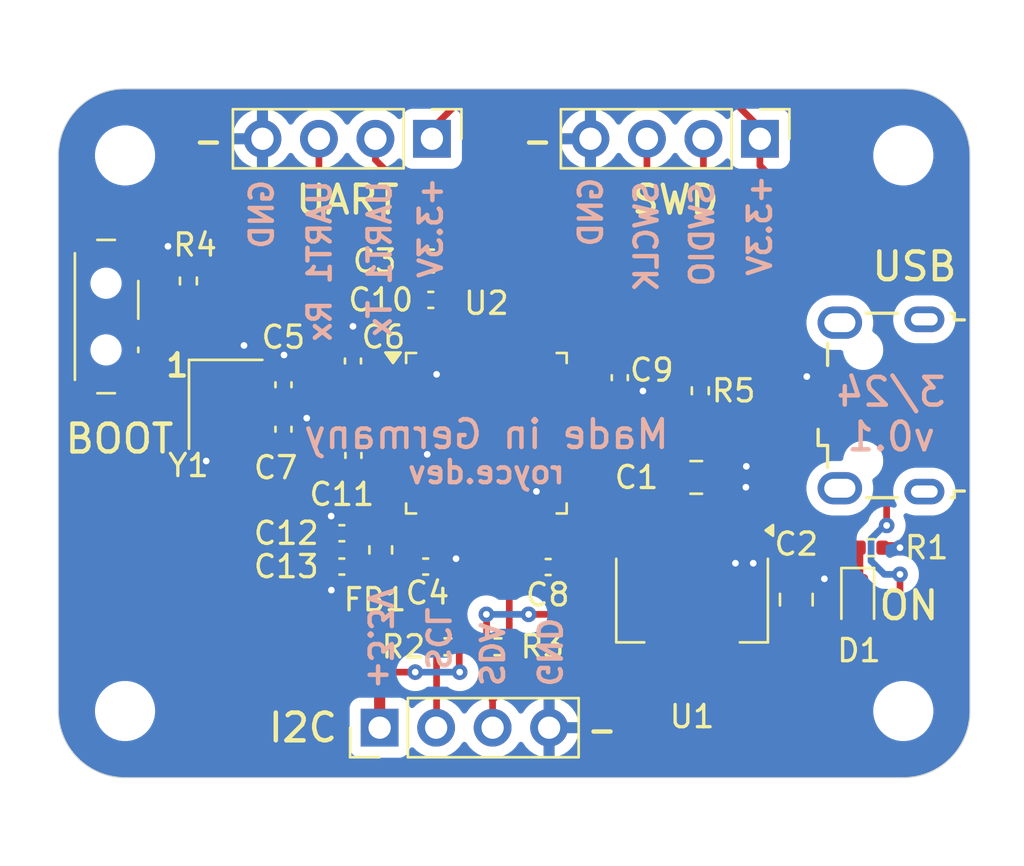
<source format=kicad_pcb>
(kicad_pcb (version 20240108) (generator "pcbnew") (generator_version "8.0")
  (layers (0 "F.Cu" signal) (31 "B.Cu" power) (34 "B.Paste" user) (35 "F.Paste" user) (36 "B.SilkS" user "B.Silkscreen") (37 "F.SilkS" user "F.Silkscreen") (38 "B.Mask" user) (39 "F.Mask" user) (44 "Edge.Cuts" user))
  (net 0 "")
  (net 1 "GND")
  (net 2 "VBUS")
  (net 3 "+3.3V")
  (net 4 "/NRST")
  (net 5 "/HSE_IN")
  (net 6 "/HSE_OUT")
  (net 7 "+3.3VA")
  (net 8 "/PWR_LED_K")
  (net 9 "/UART1_TX")
  (net 10 "/UART1_RX")
  (net 11 "/I2C2_SCL")
  (net 12 "/I2C2_SDA")
  (net 15 "/USB_D+")
  (net 18 "/USB_D-")
  (net 20 "/SWDIO")
  (net 21 "/SWCLK")
  (net 22 "/BOOT0")
  (net 23 "/SW_BOOT0")
  (footprint "MountingHole:MountingHole_2.2mm_M2" (layer "F.Cu") (at 133.75 87.75)
    (property "Reference" "H4")
    (property "Value" "MountingHole")
    (pad "" np_thru_hole circle (at 0 0) (size 2.2 2.2) (drill 2.2) (layers "*.Cu" "*.Mask"))
  )
  (footprint "Capacitor_SMD:C_0603_1608Metric" (layer "F.Cu") (at 147.5 92.5)
    (property "Reference" "C3" (at -2.525 0 0) (layer "F.SilkS"))
    (property "Value" "10u")
    (pad "1" smd roundrect (at -0.775 0) (size 0.9 0.95) (layers "F.Cu" "F.Paste" "F.Mask") (net 3 "+3.3V"))
    (pad "2" smd roundrect (at 0.775 0) (size 0.9 0.95) (layers "F.Cu" "F.Paste" "F.Mask") (net 1 "GND"))
  )
  (footprint "Connector_USB:USB_Micro-B_Wuerth_629105150521" (layer "F.Cu") (at 167.745 99 90)
    (property "Reference" "J3")
    (property "Value" "USB_B_Micro")
    (pad "" np_thru_hole oval (at -2.5 -0.8 90) (size 0.8 0.8) (drill 0.8) (layers "*.Cu" "*.Mask"))
    (pad "" np_thru_hole oval (at 2.5 -0.8 90) (size 0.8 0.8) (drill 0.8) (layers "*.Cu" "*.Mask"))
    (pad "1" smd rect (at -1.3 -1.9 90) (size 0.45 1.3) (layers "F.Cu" "F.Paste" "F.Mask") (net 2 "VBUS"))
    (pad "2" smd rect (at -0.65 -1.9 90) (size 0.45 1.3) (layers "F.Cu" "F.Paste" "F.Mask") (net 18 "/USB_D-"))
    (pad "3" smd rect (at 0 -1.9 90) (size 0.45 1.3) (layers "F.Cu" "F.Paste" "F.Mask") (net 15 "/USB_D+"))
    (pad "4" smd rect (at 0.65 -1.9 90) (size 0.45 1.3) (layers "F.Cu" "F.Paste" "F.Mask"))
    (pad "5" smd rect (at 1.3 -1.9 90) (size 0.45 1.3) (layers "F.Cu" "F.Paste" "F.Mask") (net 1 "GND"))
    (pad "6" thru_hole oval (at -3.875 1.95 90) (size 1.15 1.8) (drill oval 0.55 1.2) (layers "*.Cu" "*.Mask"))
    (pad "6" thru_hole oval (at -3.725 -1.85 90) (size 1.45 2) (drill oval 0.85 1.4) (layers "*.Cu" "*.Mask"))
    (pad "6" thru_hole oval (at 3.725 -1.85 90) (size 1.45 2) (drill oval 0.85 1.4) (layers "*.Cu" "*.Mask"))
    (pad "6" thru_hole oval (at 3.875 1.95 90) (size 1.15 1.8) (drill oval 0.55 1.2) (layers "*.Cu" "*.Mask"))
  )
  (footprint "Capacitor_SMD:C_0402_1005Metric" (layer "F.Cu") (at 147.27 106.25)
    (property "Reference" "C4" (at 0.08 1.19 0) (layer "F.SilkS"))
    (property "Value" "100n")
    (pad "1" smd roundrect (at -0.48 0) (size 0.56 0.62) (layers "F.Cu" "F.Paste" "F.Mask") (net 4 "/NRST"))
    (pad "2" smd roundrect (at 0.48 0) (size 0.56 0.62) (layers "F.Cu" "F.Paste" "F.Mask") (net 1 "GND"))
  )
  (footprint "Capacitor_SMD:C_0402_1005Metric" (layer "F.Cu") (at 156 97.75 -90)
    (property "Reference" "C9" (at -0.34 -1.44 180) (layer "F.SilkS"))
    (property "Value" "100n")
    (pad "1" smd roundrect (at -0.48 0 270) (size 0.56 0.62) (layers "F.Cu" "F.Paste" "F.Mask") (net 3 "+3.3V"))
    (pad "2" smd roundrect (at 0.48 0 270) (size 0.56 0.62) (layers "F.Cu" "F.Paste" "F.Mask") (net 1 "GND"))
  )
  (footprint "Resistor_SMD:R_0402_1005Metric" (layer "F.Cu") (at 136.6 93.4 90)
    (property "Reference" "R4" (at 1.62 0.3 0) (layer "F.SilkS"))
    (property "Value" "10k")
    (pad "1" smd roundrect (at -0.51 0 90) (size 0.54 0.64) (layers "F.Cu" "F.Paste" "F.Mask") (net 23 "/SW_BOOT0"))
    (pad "2" smd roundrect (at 0.51 0 90) (size 0.54 0.64) (layers "F.Cu" "F.Paste" "F.Mask") (net 22 "/BOOT0"))
  )
  (footprint "Capacitor_SMD:C_0402_1005Metric" (layer "F.Cu") (at 140.875 98.07 90)
    (property "Reference" "C5" (at 2.14 -0.005 0) (layer "F.SilkS"))
    (property "Value" "10p")
    (pad "1" smd roundrect (at -0.48 0 90) (size 0.56 0.62) (layers "F.Cu" "F.Paste" "F.Mask") (net 5 "/HSE_IN"))
    (pad "2" smd roundrect (at 0.48 0 90) (size 0.56 0.62) (layers "F.Cu" "F.Paste" "F.Mask") (net 1 "GND"))
  )
  (footprint "Capacitor_SMD:C_0402_1005Metric" (layer "F.Cu") (at 144.02 101.25 90)
    (property "Reference" "C11" (at -1.75 -0.52 0) (layer "F.SilkS"))
    (property "Value" "10n")
    (pad "1" smd roundrect (at -0.48 0 90) (size 0.56 0.62) (layers "F.Cu" "F.Paste" "F.Mask") (net 7 "+3.3VA"))
    (pad "2" smd roundrect (at 0.48 0 90) (size 0.56 0.62) (layers "F.Cu" "F.Paste" "F.Mask") (net 1 "GND"))
  )
  (footprint "Capacitor_SMD:C_0805_2012Metric" (layer "F.Cu") (at 159.4375 102.2375)
    (property "Reference" "C1" (at -2.6875 0 0) (layer "F.SilkS"))
    (property "Value" "22u")
    (pad "1" smd roundrect (at -0.95 0) (size 1 1.45) (layers "F.Cu" "F.Paste" "F.Mask") (net 2 "VBUS"))
    (pad "2" smd roundrect (at 0.95 0) (size 1 1.45) (layers "F.Cu" "F.Paste" "F.Mask") (net 1 "GND"))
  )
  (footprint "Capacitor_SMD:C_0402_1005Metric" (layer "F.Cu") (at 143.5 104.75 180)
    (property "Reference" "C12" (at 2.5 0 180) (layer "F.SilkS"))
    (property "Value" "1u")
    (pad "1" smd roundrect (at -0.48 0 180) (size 0.56 0.62) (layers "F.Cu" "F.Paste" "F.Mask") (net 7 "+3.3VA"))
    (pad "2" smd roundrect (at 0.48 0 180) (size 0.56 0.62) (layers "F.Cu" "F.Paste" "F.Mask") (net 1 "GND"))
  )
  (footprint "Connector_PinHeader_2.54mm:PinHeader_1x04_P2.54mm_Vertical" (layer "F.Cu") (at 162.3 87 -90)
    (property "Reference" "J4")
    (property "Value" "Conn_01x04_Pin")
    (pad "1" thru_hole rect (at 0 0 270) (size 1.7 1.7) (drill 1) (layers "*.Cu" "*.Mask") (net 3 "+3.3V"))
    (pad "2" thru_hole oval (at 0 2.54 270) (size 1.7 1.7) (drill 1) (layers "*.Cu" "*.Mask") (net 20 "/SWDIO"))
    (pad "3" thru_hole oval (at 0 5.08 270) (size 1.7 1.7) (drill 1) (layers "*.Cu" "*.Mask") (net 21 "/SWCLK"))
    (pad "4" thru_hole oval (at 0 7.62 270) (size 1.7 1.7) (drill 1) (layers "*.Cu" "*.Mask") (net 1 "GND"))
  )
  (footprint "MountingHole:MountingHole_2.2mm_M2" (layer "F.Cu") (at 168.75 112.75)
    (property "Reference" "H2")
    (property "Value" "MountingHole")
    (pad "" np_thru_hole circle (at 0 0) (size 2.2 2.2) (drill 2.2) (layers "*.Cu" "*.Mask"))
  )
  (footprint "MountingHole:MountingHole_2.2mm_M2" (layer "F.Cu") (at 133.75 112.75)
    (property "Reference" "H1")
    (property "Value" "MountingHole")
    (pad "" np_thru_hole circle (at 0 0) (size 2.2 2.2) (drill 2.2) (layers "*.Cu" "*.Mask"))
  )
  (footprint "Capacitor_SMD:C_0402_1005Metric" (layer "F.Cu") (at 144 97 90)
    (property "Reference" "C6" (at 1.08 1.37 0) (layer "F.SilkS"))
    (property "Value" "100n")
    (pad "1" smd roundrect (at -0.48 0 90) (size 0.56 0.62) (layers "F.Cu" "F.Paste" "F.Mask") (net 3 "+3.3V"))
    (pad "2" smd roundrect (at 0.48 0 90) (size 0.56 0.62) (layers "F.Cu" "F.Paste" "F.Mask") (net 1 "GND"))
  )
  (footprint "Package_QFP:LQFP-48_7x7mm_P0.5mm" (layer "F.Cu") (at 150 100.25)
    (property "Reference" "U2" (at 0 -5.85 0) (layer "F.SilkS"))
    (property "Value" "STM32F103C8T6")
    (pad "1" smd roundrect (at -4.1625 -2.75) (size 1.475 0.3) (layers "F.Cu" "F.Paste" "F.Mask") (net 3 "+3.3V"))
    (pad "2" smd roundrect (at -4.1625 -2.25) (size 1.475 0.3) (layers "F.Cu" "F.Paste" "F.Mask"))
    (pad "3" smd roundrect (at -4.1625 -1.75) (size 1.475 0.3) (layers "F.Cu" "F.Paste" "F.Mask"))
    (pad "4" smd roundrect (at -4.1625 -1.25) (size 1.475 0.3) (layers "F.Cu" "F.Paste" "F.Mask"))
    (pad "5" smd roundrect (at -4.1625 -0.75) (size 1.475 0.3) (layers "F.Cu" "F.Paste" "F.Mask") (net 5 "/HSE_IN"))
    (pad "6" smd roundrect (at -4.1625 -0.25) (size 1.475 0.3) (layers "F.Cu" "F.Paste" "F.Mask") (net 6 "/HSE_OUT"))
    (pad "7" smd roundrect (at -4.1625 0.25) (size 1.475 0.3) (layers "F.Cu" "F.Paste" "F.Mask") (net 4 "/NRST"))
    (pad "8" smd roundrect (at -4.1625 0.75) (size 1.475 0.3) (layers "F.Cu" "F.Paste" "F.Mask") (net 1 "GND"))
    (pad "9" smd roundrect (at -4.1625 1.25) (size 1.475 0.3) (layers "F.Cu" "F.Paste" "F.Mask") (net 7 "+3.3VA"))
    (pad "10" smd roundrect (at -4.1625 1.75) (size 1.475 0.3) (layers "F.Cu" "F.Paste" "F.Mask"))
    (pad "11" smd roundrect (at -4.1625 2.25) (size 1.475 0.3) (layers "F.Cu" "F.Paste" "F.Mask"))
    (pad "12" smd roundrect (at -4.1625 2.75) (size 1.475 0.3) (layers "F.Cu" "F.Paste" "F.Mask"))
    (pad "13" smd roundrect (at -2.75 4.1625) (size 0.3 1.475) (layers "F.Cu" "F.Paste" "F.Mask"))
    (pad "14" smd roundrect (at -2.25 4.1625) (size 0.3 1.475) (layers "F.Cu" "F.Paste" "F.Mask"))
    (pad "15" smd roundrect (at -1.75 4.1625) (size 0.3 1.475) (layers "F.Cu" "F.Paste" "F.Mask"))
    (pad "16" smd roundrect (at -1.25 4.1625) (size 0.3 1.475) (layers "F.Cu" "F.Paste" "F.Mask"))
    (pad "17" smd roundrect (at -0.75 4.1625) (size 0.3 1.475) (layers "F.Cu" "F.Paste" "F.Mask"))
    (pad "18" smd roundrect (at -0.25 4.1625) (size 0.3 1.475) (layers "F.Cu" "F.Paste" "F.Mask"))
    (pad "19" smd roundrect (at 0.25 4.1625) (size 0.3 1.475) (layers "F.Cu" "F.Paste" "F.Mask"))
    (pad "20" smd roundrect (at 0.75 4.1625) (size 0.3 1.475) (layers "F.Cu" "F.Paste" "F.Mask"))
    (pad "21" smd roundrect (at 1.25 4.1625) (size 0.3 1.475) (layers "F.Cu" "F.Paste" "F.Mask") (net 11 "/I2C2_SCL"))
    (pad "22" smd roundrect (at 1.75 4.1625) (size 0.3 1.475) (layers "F.Cu" "F.Paste" "F.Mask") (net 12 "/I2C2_SDA"))
    (pad "23" smd roundrect (at 2.25 4.1625) (size 0.3 1.475) (layers "F.Cu" "F.Paste" "F.Mask") (net 1 "GND"))
    (pad "24" smd roundrect (at 2.75 4.1625) (size 0.3 1.475) (layers "F.Cu" "F.Paste" "F.Mask") (net 3 "+3.3V"))
    (pad "25" smd roundrect (at 4.1625 2.75) (size 1.475 0.3) (layers "F.Cu" "F.Paste" "F.Mask"))
    (pad "26" smd roundrect (at 4.1625 2.25) (size 1.475 0.3) (layers "F.Cu" "F.Paste" "F.Mask"))
    (pad "27" smd roundrect (at 4.1625 1.75) (size 1.475 0.3) (layers "F.Cu" "F.Paste" "F.Mask"))
    (pad "28" smd roundrect (at 4.1625 1.25) (size 1.475 0.3) (layers "F.Cu" "F.Paste" "F.Mask"))
    (pad "29" smd roundrect (at 4.1625 0.75) (size 1.475 0.3) (layers "F.Cu" "F.Paste" "F.Mask"))
    (pad "30" smd roundrect (at 4.1625 0.25) (size 1.475 0.3) (layers "F.Cu" "F.Paste" "F.Mask"))
    (pad "31" smd roundrect (at 4.1625 -0.25) (size 1.475 0.3) (layers "F.Cu" "F.Paste" "F.Mask"))
    (pad "32" smd roundrect (at 4.1625 -0.75) (size 1.475 0.3) (layers "F.Cu" "F.Paste" "F.Mask") (net 18 "/USB_D-"))
    (pad "33" smd roundrect (at 4.1625 -1.25) (size 1.475 0.3) (layers "F.Cu" "F.Paste" "F.Mask") (net 15 "/USB_D+"))
    (pad "34" smd roundrect (at 4.1625 -1.75) (size 1.475 0.3) (layers "F.Cu" "F.Paste" "F.Mask") (net 20 "/SWDIO"))
    (pad "35" smd roundrect (at 4.1625 -2.25) (size 1.475 0.3) (layers "F.Cu" "F.Paste" "F.Mask") (net 1 "GND"))
    (pad "36" smd roundrect (at 4.1625 -2.75) (size 1.475 0.3) (layers "F.Cu" "F.Paste" "F.Mask") (net 3 "+3.3V"))
    (pad "37" smd roundrect (at 2.75 -4.1625) (size 0.3 1.475) (layers "F.Cu" "F.Paste" "F.Mask") (net 21 "/SWCLK"))
    (pad "38" smd roundrect (at 2.25 -4.1625) (size 0.3 1.475) (layers "F.Cu" "F.Paste" "F.Mask"))
    (pad "39" smd roundrect (at 1.75 -4.1625) (size 0.3 1.475) (layers "F.Cu" "F.Paste" "F.Mask"))
    (pad "40" smd roundrect (at 1.25 -4.1625) (size 0.3 1.475) (layers "F.Cu" "F.Paste" "F.Mask"))
    (pad "41" smd roundrect (at 0.75 -4.1625) (size 0.3 1.475) (layers "F.Cu" "F.Paste" "F.Mask"))
    (pad "42" smd roundrect (at 0.25 -4.1625) (size 0.3 1.475) (layers "F.Cu" "F.Paste" "F.Mask") (net 9 "/UART1_TX"))
    (pad "43" smd roundrect (at -0.25 -4.1625) (size 0.3 1.475) (layers "F.Cu" "F.Paste" "F.Mask") (net 10 "/UART1_RX"))
    (pad "44" smd roundrect (at -0.75 -4.1625) (size 0.3 1.475) (layers "F.Cu" "F.Paste" "F.Mask") (net 22 "/BOOT0"))
    (pad "45" smd roundrect (at -1.25 -4.1625) (size 0.3 1.475) (layers "F.Cu" "F.Paste" "F.Mask"))
    (pad "46" smd roundrect (at -1.75 -4.1625) (size 0.3 1.475) (layers "F.Cu" "F.Paste" "F.Mask"))
    (pad "47" smd roundrect (at -2.25 -4.1625) (size 0.3 1.475) (layers "F.Cu" "F.Paste" "F.Mask") (net 1 "GND"))
    (pad "48" smd roundrect (at -2.75 -4.1625) (size 0.3 1.475) (layers "F.Cu" "F.Paste" "F.Mask") (net 3 "+3.3V"))
  )
  (footprint "Capacitor_SMD:C_0402_1005Metric" (layer "F.Cu") (at 143.5 106.25 180)
    (property "Reference" "C13" (at 2.5 0 180) (layer "F.SilkS"))
    (property "Value" "1u")
    (pad "1" smd roundrect (at -0.48 0 180) (size 0.56 0.62) (layers "F.Cu" "F.Paste" "F.Mask") (net 3 "+3.3V"))
    (pad "2" smd roundrect (at 0.48 0 180) (size 0.56 0.62) (layers "F.Cu" "F.Paste" "F.Mask") (net 1 "GND"))
  )
  (footprint "Capacitor_SMD:C_0805_2012Metric" (layer "F.Cu") (at 163.9375 107.7375 90)
    (property "Reference" "C2" (at 2.5 0 0) (layer "F.SilkS"))
    (property "Value" "22u")
    (pad "1" smd roundrect (at -0.95 0 90) (size 1 1.45) (layers "F.Cu" "F.Paste" "F.Mask") (net 3 "+3.3V"))
    (pad "2" smd roundrect (at 0.95 0 90) (size 1 1.45) (layers "F.Cu" "F.Paste" "F.Mask") (net 1 "GND"))
  )
  (footprint "Crystal:Crystal_SMD_3225-4Pin_3.2x2.5mm" (layer "F.Cu") (at 138.275 98.95 -90)
    (property "Reference" "Y1" (at 2.75 1.675 180) (layer "F.SilkS"))
    (property "Value" "16MHz")
    (pad "1" smd rect (at -1.1 0.85 270) (size 1.4 1.2) (layers "F.Cu" "F.Paste" "F.Mask") (net 5 "/HSE_IN"))
    (pad "2" smd rect (at 1.1 0.85 270) (size 1.4 1.2) (layers "F.Cu" "F.Paste" "F.Mask") (net 1 "GND"))
    (pad "3" smd rect (at 1.1 -0.85 270) (size 1.4 1.2) (layers "F.Cu" "F.Paste" "F.Mask") (net 6 "/HSE_OUT"))
    (pad "4" smd rect (at -1.1 -0.85 270) (size 1.4 1.2) (layers "F.Cu" "F.Paste" "F.Mask") (net 1 "GND"))
  )
  (footprint "Inductor_SMD:L_0603_1608Metric" (layer "F.Cu") (at 145.25 105.5 -90)
    (property "Reference" "FB1" (at 2.24 0.26 180) (layer "F.SilkS"))
    (property "Value" "120R")
    (pad "1" smd roundrect (at -0.7875 0 270) (size 0.875 0.95) (layers "F.Cu" "F.Paste" "F.Mask") (net 7 "+3.3VA"))
    (pad "2" smd roundrect (at 0.7875 0 270) (size 0.875 0.95) (layers "F.Cu" "F.Paste" "F.Mask") (net 3 "+3.3V"))
  )
  (footprint "Package_TO_SOT_SMD:SOT-223-3_TabPin2" (layer "F.Cu") (at 159.25 107.75 -90)
    (property "Reference" "U1" (at 5.25 0 180) (layer "F.SilkS"))
    (property "Value" "AMS1117-3.3")
    (pad "1" smd roundrect (at -3.15 -2.3 270) (size 2 1.5) (layers "F.Cu" "F.Paste" "F.Mask") (net 1 "GND"))
    (pad "2" smd roundrect (at -3.15 0 270) (size 2 1.5) (layers "F.Cu" "F.Paste" "F.Mask") (net 3 "+3.3V"))
    (pad "2" smd roundrect (at 3.15 0 270) (size 2 3.8) (layers "F.Cu" "F.Paste" "F.Mask") (net 3 "+3.3V"))
    (pad "3" smd roundrect (at -3.15 2.3 270) (size 2 1.5) (layers "F.Cu" "F.Paste" "F.Mask") (net 2 "VBUS"))
  )
  (footprint "Button_Switch_SMD:SW_SPDT_PCM12" (layer "F.Cu") (at 133.225 95 -90)
    (property "Reference" "SW1")
    (property "Value" "SW_SPDT")
    (pad "" smd rect (at -3.65 -0.78 270) (size 1 0.8) (layers "F.Cu" "F.Paste" "F.Mask"))
    (pad "" smd rect (at -3.65 1.43 270) (size 1 0.8) (layers "F.Cu" "F.Paste" "F.Mask"))
    (pad "" np_thru_hole circle (at -1.5 0.33 270) (size 0.9 0.9) (drill 0.9) (layers "*.Cu" "*.Mask"))
    (pad "" np_thru_hole circle (at 1.5 0.33 270) (size 0.9 0.9) (drill 0.9) (layers "*.Cu" "*.Mask"))
    (pad "" smd rect (at 3.65 -0.78 270) (size 1 0.8) (layers "F.Cu" "F.Paste" "F.Mask"))
    (pad "" smd rect (at 3.65 1.43 270) (size 1 0.8) (layers "F.Cu" "F.Paste" "F.Mask"))
    (pad "1" smd rect (at -2.25 -1.43 270) (size 0.7 1.5) (layers "F.Cu" "F.Paste" "F.Mask") (net 1 "GND"))
    (pad "2" smd rect (at 0.75 -1.43 270) (size 0.7 1.5) (layers "F.Cu" "F.Paste" "F.Mask") (net 23 "/SW_BOOT0"))
    (pad "3" smd rect (at 2.25 -1.43 270) (size 0.7 1.5) (layers "F.Cu" "F.Paste" "F.Mask") (net 3 "+3.3V"))
  )
  (footprint "Resistor_SMD:R_0402_1005Metric" (layer "F.Cu") (at 148.27 109.86 180)
    (property "Reference" "R2" (at 2 0 180) (layer "F.SilkS"))
    (property "Value" "1k5")
    (pad "1" smd roundrect (at -0.51 0 180) (size 0.54 0.64) (layers "F.Cu" "F.Paste" "F.Mask") (net 3 "+3.3V"))
    (pad "2" smd roundrect (at 0.51 0 180) (size 0.54 0.64) (layers "F.Cu" "F.Paste" "F.Mask") (net 11 "/I2C2_SCL"))
  )
  (footprint "MountingHole:MountingHole_2.2mm_M2" (layer "F.Cu") (at 168.75 87.75)
    (property "Reference" "H3")
    (property "Value" "MountingHole")
    (pad "" np_thru_hole circle (at 0 0) (size 2.2 2.2) (drill 2.2) (layers "*.Cu" "*.Mask"))
  )
  (footprint "Capacitor_SMD:C_0402_1005Metric" (layer "F.Cu") (at 140.875 100.07 90)
    (property "Reference" "C7" (at -1.73 -0.35 0) (layer "F.SilkS"))
    (property "Value" "10p")
    (pad "1" smd roundrect (at -0.48 0 90) (size 0.56 0.62) (layers "F.Cu" "F.Paste" "F.Mask") (net 6 "/HSE_OUT"))
    (pad "2" smd roundrect (at 0.48 0 90) (size 0.56 0.62) (layers "F.Cu" "F.Paste" "F.Mask") (net 1 "GND"))
  )
  (footprint "Resistor_SMD:R_0402_1005Metric" (layer "F.Cu") (at 150.52 109.86)
    (property "Reference" "R3" (at 2 0 0) (layer "F.SilkS"))
    (property "Value" "1k5")
    (pad "1" smd roundrect (at -0.51 0) (size 0.54 0.64) (layers "F.Cu" "F.Paste" "F.Mask") (net 3 "+3.3V"))
    (pad "2" smd roundrect (at 0.51 0) (size 0.54 0.64) (layers "F.Cu" "F.Paste" "F.Mask") (net 12 "/I2C2_SDA"))
  )
  (footprint "Connector_PinHeader_2.54mm:PinHeader_1x04_P2.54mm_Vertical" (layer "F.Cu") (at 145.2 113.5 90)
    (property "Reference" "J2")
    (property "Value" "Conn_01x04_Pin")
    (pad "1" thru_hole rect (at 0 0 90) (size 1.7 1.7) (drill 1) (layers "*.Cu" "*.Mask") (net 3 "+3.3V"))
    (pad "2" thru_hole oval (at 0 2.54 90) (size 1.7 1.7) (drill 1) (layers "*.Cu" "*.Mask") (net 11 "/I2C2_SCL"))
    (pad "3" thru_hole oval (at 0 5.08 90) (size 1.7 1.7) (drill 1) (layers "*.Cu" "*.Mask") (net 12 "/I2C2_SDA"))
    (pad "4" thru_hole oval (at 0 7.62 90) (size 1.7 1.7) (drill 1) (layers "*.Cu" "*.Mask") (net 1 "GND"))
  )
  (footprint "Capacitor_SMD:C_0402_1005Metric" (layer "F.Cu") (at 147.5 94.25)
    (property "Reference" "C10" (at -2.25 0 0) (layer "F.SilkS"))
    (property "Value" "100n")
    (pad "1" smd roundrect (at -0.48 0) (size 0.56 0.62) (layers "F.Cu" "F.Paste" "F.Mask") (net 3 "+3.3V"))
    (pad "2" smd roundrect (at 0.48 0) (size 0.56 0.62) (layers "F.Cu" "F.Paste" "F.Mask") (net 1 "GND"))
  )
  (footprint "Capacitor_SMD:C_0402_1005Metric" (layer "F.Cu") (at 152.78 106.27 180)
    (property "Reference" "C8" (at 0.02 -1.25 180) (layer "F.SilkS"))
    (property "Value" "100n")
    (pad "1" smd roundrect (at -0.48 0 180) (size 0.56 0.62) (layers "F.Cu" "F.Paste" "F.Mask") (net 3 "+3.3V"))
    (pad "2" smd roundrect (at 0.48 0 180) (size 0.56 0.62) (layers "F.Cu" "F.Paste" "F.Mask") (net 1 "GND"))
  )
  (footprint "Connector_PinHeader_2.54mm:PinHeader_1x04_P2.54mm_Vertical" (layer "F.Cu") (at 147.55 87 -90)
    (property "Reference" "J1")
    (property "Value" "Conn_01x04_Pin")
    (pad "1" thru_hole rect (at 0 0 270) (size 1.7 1.7) (drill 1) (layers "*.Cu" "*.Mask") (net 3 "+3.3V"))
    (pad "2" thru_hole oval (at 0 2.54 270) (size 1.7 1.7) (drill 1) (layers "*.Cu" "*.Mask") (net 9 "/UART1_TX"))
    (pad "3" thru_hole oval (at 0 5.08 270) (size 1.7 1.7) (drill 1) (layers "*.Cu" "*.Mask") (net 10 "/UART1_RX"))
    (pad "4" thru_hole oval (at 0 7.62 270) (size 1.7 1.7) (drill 1) (layers "*.Cu" "*.Mask") (net 1 "GND"))
  )
  (footprint "LED_SMD:LED_0603_1608Metric" (layer "F.Cu") (at 166.7 107.8 -90)
    (property "Reference" "D1" (at 2.229999 -0.057501 180) (layer "F.SilkS"))
    (property "Value" "RED")
    (pad "1" smd roundrect (at -0.7875 0 270) (size 0.875 0.95) (layers "F.Cu" "F.Paste" "F.Mask") (net 8 "/PWR_LED_K"))
    (pad "2" smd roundrect (at 0.7875 0 270) (size 0.875 0.95) (layers "F.Cu" "F.Paste" "F.Mask") (net 3 "+3.3V"))
  )
  (footprint "Resistor_SMD:R_0402_1005Metric" (layer "F.Cu") (at 167.3 105.4)
    (property "Reference" "R1" (at 2.500001 -0.000001 180) (layer "F.SilkS"))
    (property "Value" "1k5")
    (pad "1" smd roundrect (at -0.51 0) (size 0.54 0.64) (layers "F.Cu" "F.Paste" "F.Mask") (net 8 "/PWR_LED_K"))
    (pad "2" smd roundrect (at 0.51 0) (size 0.54 0.64) (layers "F.Cu" "F.Paste" "F.Mask") (net 1 "GND"))
  )
  (footprint "Resistor_SMD:R_0402_1005Metric" (layer "F.Cu") (at 159.62 98.34 -90)
    (property "Reference" "R5" (at -0.000001 -1.5 180) (layer "F.SilkS"))
    (property "Value" "1k5")
    (pad "1" smd roundrect (at -0.51 0 270) (size 0.54 0.64) (layers "F.Cu" "F.Paste" "F.Mask") (net 3 "+3.3V"))
    (pad "2" smd roundrect (at 0.51 0 270) (size 0.54 0.64) (layers "F.Cu" "F.Paste" "F.Mask") (net 15 "/USB_D+"))
  )
  (gr_arc (start 130.75 87.75) (mid 131.62868 85.62868) (end 133.75 84.75) (stroke (width 0.05)) (layer "Edge.Cuts"))
  (gr_arc (start 168.75 84.75) (mid 170.87132 85.62868) (end 171.75 87.75) (stroke (width 0.05)) (layer "Edge.Cuts"))
  (gr_arc (start 171.75 112.75) (mid 170.87132 114.87132) (end 168.75 115.75) (stroke (width 0.05)) (layer "Edge.Cuts"))
  (gr_line (start 171.75 112.75) (end 171.75 87.75) (stroke (width 0.05)) (layer "Edge.Cuts"))
  (gr_arc (start 133.75 115.75) (mid 131.62868 114.87132) (end 130.75 112.75) (stroke (width 0.05)) (layer "Edge.Cuts"))
  (gr_line (start 133.75 84.75) (end 168.75 84.75) (stroke (width 0.05)) (layer "Edge.Cuts"))
  (gr_line (start 133.75 115.75) (end 168.75 115.75) (stroke (width 0.05)) (layer "Edge.Cuts"))
  (gr_line (start 130.75 87.75) (end 130.75 112.75) (stroke (width 0.05)) (layer "Edge.Cuts"))
  (gr_text "UART1 Rx" (at 142.5 92.5 90) (layer "B.SilkS") (effects (font (size 1 1) (thickness 0.2) (bold yes)) (justify mirror)))
  (gr_text "SDA" (at 150.2 110.2 270) (layer "B.SilkS") (effects (font (size 1 1) (thickness 0.2) (bold yes)) (justify mirror)))
  (gr_text "GND" (at 154.7 90.3 90) (layer "B.SilkS") (effects (font (size 1 1) (thickness 0.2) (bold yes)) (justify mirror)))
  (gr_text "SCL" (at 147.8 109.5 270) (layer "B.SilkS") (effects (font (size 1 1) (thickness 0.2) (bold yes)) (justify mirror)))
  (gr_text "GND" (at 152.8 110.1 270) (layer "B.SilkS") (effects (font (size 1 1) (thickness 0.2) (bold yes)) (justify mirror)))
  (gr_text "+3.3V" (at 147.5 91 90) (layer "B.SilkS") (effects (font (size 1 1) (thickness 0.2) (bold yes)) (justify mirror)))
  (gr_text "royce.dev" (at 150 102 0) (layer "B.SilkS") (effects (font (size 1 1) (thickness 0.2) (bold yes)) (justify mirror)))
  (gr_text "SWCLK" (at 157.2 91.4 90) (layer "B.SilkS") (effects (font (size 1 1) (thickness 0.2) (bold yes)) (justify mirror)))
  (gr_text "+3.3V" (at 162.3 90.9 90) (layer "B.SilkS") (effects (font (size 1 1) (thickness 0.2) (bold yes)) (justify mirror)))
  (gr_text "Made in Germany" (at 150 100.3 0) (layer "B.SilkS") (effects (font (size 1.25 1.25) (thickness 0.2)) (justify mirror)))
  (gr_text "+3.3V" (at 145.2 109.5 270) (layer "B.SilkS") (effects (font (size 1 1) (thickness 0.2) (bold yes)) (justify mirror)))
  (gr_text "UART1 Tx" (at 145.2 92.4 90) (layer "B.SilkS") (effects (font (size 1 1) (thickness 0.2) (bold yes)) (justify mirror)))
  (gr_text "GND" (at 139.9 90.4 90) (layer "B.SilkS") (effects (font (size 1 1) (thickness 0.2) (bold yes)) (justify mirror)))
  (gr_text "3/24\nv0.1" (at 168.2 99.4 0) (layer "B.SilkS") (effects (font (size 1.25 1.25) (thickness 0.2)) (justify mirror)))
  (gr_text "SWDIO" (at 159.7 91.3 90) (layer "B.SilkS") (effects (font (size 1 1) (thickness 0.2) (bold yes)) (justify mirror)))
  (gr_text "USB" (at 169.25 92.75 0) (layer "F.SilkS") (effects (font (size 1.25 1.25) (thickness 0.2))))
  (gr_text "-" (at 155.2 113.6 0) (layer "F.SilkS") (effects (font (size 1 1) (thickness 0.2) (bold yes))))
  (gr_text "1" (at 136.1 97.2 0) (layer "F.SilkS") (effects (font (size 1 1) (thickness 0.2) (bold yes))))
  (gr_text "-" (at 137.5 87.1 0) (layer "F.SilkS") (effects (font (size 1 1) (thickness 0.2) (bold yes))))
  (gr_text "ON" (at 169 108 0) (layer "F.SilkS") (effects (font (size 1.25 1.25) (thickness 0.2))))
  (gr_text "BOOT" (at 133.5 100.5 0) (layer "F.SilkS") (effects (font (size 1.25 1.25) (thickness 0.2))))
  (gr_text "-" (at 152.3 87.1 0) (layer "F.SilkS") (effects (font (size 1 1) (thickness 0.2) (bold yes))))
  (gr_text "UART" (at 143.75 89.75 0) (layer "F.SilkS") (effects (font (size 1.25 1.25) (thickness 0.2))))
  (gr_text "SWD" (at 158.5 89.75 0) (layer "F.SilkS") (effects (font (size 1.25 1.25) (thickness 0.2))))
  (gr_text "I2C" (at 141.75 113.5 0) (layer "F.SilkS") (effects (font (size 1.25 1.25) (thickness 0.2))))
  (segment (start 147.98 93.77) (end 148.275 93.475) (width 0.3) (layer "F.Cu") (net 1))
  (segment (start 139.125 97.85) (end 139.125 96.325) (width 0.5) (layer "F.Cu") (net 1))
  (segment (start 147.75 96.0875) (end 147.75 95.24688) (width 0.3) (layer "F.Cu") (net 1))
  (segment (start 165.845 97.7) (end 164.41 97.7) (width 0.3) (layer "F.Cu") (net 1))
  (segment (start 147.75 106.25) (end 148.28005 106.25) (width 0.5) (layer "F.Cu") (net 1))
  (segment (start 143.02 107.3) (end 143.03 107.31) (width 0.5) (layer "F.Cu") (net 1))
  (segment (start 147.98 94.98) (end 147.98 94.25) (width 0.3) (layer "F.Cu") (net 1))
  (segment (start 152.25 104.4125) (end 152.25 106.22) (width 0.3) (layer "F.Cu") (net 1))
  (segment (start 155.00312 98) (end 155.25 98.24688) (width 0.3) (layer "F.Cu") (net 1))
  (segment (start 141.9 99.59) (end 141.92 99.57) (width 0.5) (layer "F.Cu") (net 1))
  (segment (start 140.875 96.755) (end 140.9 96.73) (width 0.5) (layer "F.Cu") (net 1))
  (segment (start 147.75 96.0875) (end 147.75 97.59) (width 0.3) (layer "F.Cu") (net 1))
  (segment (start 147.75 97.59) (end 147.76 97.6) (width 0.3) (layer "F.Cu") (net 1))
  (segment (start 147.75 95.24688) (end 147.99688 95) (width 0.3) (layer "F.Cu") (net 1))
  (segment (start 156.92 98.23) (end 157.04 98.35) (width 0.3) (layer "F.Cu") (net 1))
  (segment (start 135.75 91.91) (end 135.68 91.84) (width 0.5) (layer "F.Cu") (net 1))
  (segment (start 140.875 99.59) (end 141.9 99.59) (width 0.5) (layer "F.Cu") (net 1))
  (segment (start 144.48 100.77) (end 144.02 100.77) (width 0.3) (layer "F.Cu") (net 1))
  (segment (start 167.81 105.4) (end 168.6 105.4) (width 0.5) (layer "F.Cu") (net 1))
  (segment (start 156 98.23) (end 156.92 98.23) (width 0.3) (layer "F.Cu") (net 1))
  (segment (start 148.275 93.475) (end 148.275 92.5) (width 0.3) (layer "F.Cu") (net 1))
  (segment (start 147.98 94.25) (end 147.98 93.77) (width 0.3) (layer "F.Cu") (net 1))
  (segment (start 140.875 97.59) (end 140.875 96.755) (width 0.5) (layer "F.Cu") (net 1))
  (segment (start 145.8375 101) (end 147.14 101) (width 0.3) (layer "F.Cu") (net 1))
  (segment (start 139.125 96.325) (end 139.1 96.3) (width 0.5) (layer "F.Cu") (net 1))
  (segment (start 143.02 104.75) (end 143.02 103.98) (width 0.5) (layer "F.Cu") (net 1))
  (segment (start 155.25 98.24688) (end 155.25 98.25) (width 0.3) (layer "F.Cu") (net 1))
  (segment (start 145.8375 101) (end 144.75 101) (width 0.3) (layer "F.Cu") (net 1))
  (segment (start 154.1625 98) (end 155.00312 98) (width 0.3) (layer "F.Cu") (net 1))
  (segment (start 155.27 98.23) (end 156 98.23) (width 0.3) (layer "F.Cu") (net 1))
  (segment (start 144 96.52) (end 144 95.44) (width 0.5) (layer "F.Cu") (net 1))
  (segment (start 152.25 106.22) (end 152.3 106.27) (width 0.3) (layer "F.Cu") (net 1))
  (segment (start 147.99688 95) (end 148 95) (width 0.3) (layer "F.Cu") (net 1))
  (segment (start 148.28005 106.25) (end 148.635025 105.895025) (width 0.5) (layer "F.Cu") (net 1))
  (segment (start 155.25 98.25) (end 155.27 98.23) (width 0.3) (layer "F.Cu") (net 1))
  (segment (start 144.75 101) (end 144.5 100.75) (width 0.3) (layer "F.Cu") (net 1))
  (segment (start 137.425 100.05) (end 137.425 101.475) (width 0.5) (layer "F.Cu") (net 1))
  (segment (start 148 95) (end 147.98 94.98) (width 0.3) (layer "F.Cu") (net 1))
  (segment (start 143.02 106.25) (end 143.02 107.3) (width 0.5) (layer "F.Cu") (net 1))
  (segment (start 134.655 92.75) (end 135.75 92.75) (width 0.5) (layer "F.Cu") (net 1))
  (segment (start 147.14 101) (end 147.34 101.2) (width 0.3) (layer "F.Cu") (net 1))
  (segment (start 137.425 101.475) (end 137.4 101.5) (width 0.5) (layer "F.Cu") (net 1))
  (segment (start 135.75 92.75) (end 135.75 91.91) (width 0.5) (layer "F.Cu") (net 1))
  (segment (start 144.5 100.75) (end 144.48 100.77) (width 0.3) (layer "F.Cu") (net 1))
  (segment (start 152.25 104.4125) (end 152.25 102.87) (width 0.3) (layer "F.Cu") (net 1))
  (via (at 144 95.44) (size 0.7) (drill 0.3) (layers "F.Cu" "B.Cu") (net 1))
  (via (at 140.9 96.73) (size 0.7) (drill 0.3) (layers "F.Cu" "B.Cu") (net 1))
  (via (at 135.68 91.84) (size 0.7) (drill 0.3) (layers "F.Cu" "B.Cu") (net 1))
  (via (at 161.67 102.68) (size 0.7) (drill 0.3) (layers "F.Cu" "B.Cu") (net 1))
  (via (at 143.02 103.98) (size 0.7) (drill 0.3) (layers "F.Cu" "B.Cu") (net 1))
  (via (at 168.6 105.4) (size 0.7) (drill 0.3) (layers "F.Cu" "B.Cu") (net 1))
  (via (at 139.1 96.3) (size 0.7) (drill 0.3) (layers "F.Cu" "B.Cu") (net 1))
  (via (at 152.25 102.87) (size 0.7) (drill 0.3) (layers "F.Cu" "B.Cu") (net 1))
  (via (at 148.635025 105.895025) (size 0.7) (drill 0.3) (layers "F.Cu" "B.Cu") (net 1))
  (via (at 161.69 101.74) (size 0.7) (drill 0.3) (layers "F.Cu" "B.Cu") (net 1))
  (via (at 147.76 97.6) (size 0.7) (drill 0.3) (layers "F.Cu" "B.Cu") (net 1))
  (via (at 143.03 107.31) (size 0.7) (drill 0.3) (layers "F.Cu" "B.Cu") (net 1))
  (via (at 147.34 101.2) (size 0.7) (drill 0.3) (layers "F.Cu" "B.Cu") (net 1))
  (via (at 137.4 101.5) (size 0.7) (drill 0.3) (layers "F.Cu" "B.Cu") (net 1))
  (via (at 164.41 97.7) (size 0.7) (drill 0.3) (layers "F.Cu" "B.Cu") (net 1))
  (via (at 162 106.1) (size 0.7) (drill 0.3) (layers "F.Cu" "B.Cu") (net 1))
  (via (at 157.04 98.35) (size 0.7) (drill 0.3) (layers "F.Cu" "B.Cu") (net 1))
  (via (at 161.2 106.1) (size 0.7) (drill 0.3) (layers "F.Cu" "B.Cu") (net 1))
  (via (at 165.2 106.8) (size 0.7) (drill 0.3) (layers "F.Cu" "B.Cu") (net 1))
  (via (at 141.92 99.57) (size 0.7) (drill 0.3) (layers "F.Cu" "B.Cu") (net 1))
  (segment (start 150.01 108.41) (end 150 108.4) (width 0.3) (layer "F.Cu") (net 3))
  (segment (start 150.01 109.86) (end 150.01 108.41) (width 0.3) (layer "F.Cu") (net 3))
  (segment (start 147 95) (end 147.02 94.98) (width 0.3) (layer "F.Cu") (net 3))
  (segment (start 154.8 107.8) (end 154.8 108.4) (width 0.3) (layer "F.Cu") (net 3))
  (segment (start 145.2 111) (end 138 111) (width 0.3) (layer "F.Cu") (net 3))
  (segment (start 154.8 112.3) (end 156.7 114.2) (width 0.3) (layer "F.Cu") (net 3))
  (segment (start 153.26 105.73) (end 153.26 106.27) (width 0.3) (layer "F.Cu") (net 3))
  (segment (start 145.8375 97.5) (end 145.8375 95.1375) (width 0.3) (layer "F.Cu") (net 3))
  (segment (start 155.52 97.27) (end 156 97.27) (width 0.3) (layer "F.Cu") (net 3))
  (segment (start 147.02 94.25) (end 147.02 93.77) (width 0.3) (layer "F.Cu") (net 3))
  (segment (start 166.05 91.95) (end 162.3 88.2) (width 0.3) (layer "F.Cu") (net 3))
  (segment (start 147.02 94.98) (end 147.02 94.25) (width 0.3) (layer "F.Cu") (net 3))
  (segment (start 150.01 109.86) (end 148.78 109.86) (width 0.3) (layer "F.Cu") (net 3))
  (segment (start 144.02 97.5) (end 144 97.48) (width 0.3) (layer "F.Cu") (net 3))
  (segment (start 150 108.5) (end 150.01 108.51) (width 0.3) (layer "F.Cu") (net 3))
  (segment (start 168 104.4) (end 168 93.9) (width 0.3) (layer "F.Cu") (net 3))
  (segment (start 156 97.27) (end 157.97 97.27) (width 0.3) (layer "F.Cu") (net 3))
  (segment (start 145.25 110.95) (end 145.25 106.2875) (width 0.3) (layer "F.Cu") (net 3))
  (segment (start 165.4 110.2) (end 165.4 108.7875) (width 0.3) (layer "F.Cu") (net 3))
  (segment (start 157.97 97.27) (end 158.53 97.83) (width 0.3) (layer "F.Cu") (net 3))
  (segment (start 166.6 108.6875) (end 166.7 108.5875) (width 0.5) (layer "F.Cu") (net 3))
  (segment (start 165.5 108.6875) (end 166.6 108.6875) (width 0.5) (layer "F.Cu") (net 3))
  (segment (start 160.17 97.83) (end 166.05 91.95) (width 0.3) (layer "F.Cu") (net 3))
  (segment (start 163.9375 108.6875) (end 165.5 108.6875) (width 0.5) (layer "F.Cu") (net 3))
  (segment (start 162.3 87) (end 162.3 86.5) (width 0.3) (layer "F.Cu") (net 3))
  (segment (start 154.8 108.4) (end 154.8 112.3) (width 0.3) (layer "F.Cu") (net 3))
  (segment (start 147.25 96.0875) (end 147.25 95.25) (width 0.3) (layer "F.Cu") (net 3))
  (segment (start 145.2 111) (end 146.8 111) (width 0.3) (layer "F.Cu") (net 3))
  (segment (start 145.8375 97.5) (end 144.02 97.5) (width 0.3) (layer "F.Cu") (net 3))
  (segment (start 155.25 97.5) (end 155.5 97.25) (width 0.3) (layer "F.Cu") (net 3))
  (segment (start 167.1 110.2) (end 167.4 110.2) (width 0.3) (layer "F.Cu") (net 3))
  (segment (start 168.6 109) (end 168.6 106.6) (width 0.3) (layer "F.Cu") (net 3))
  (segment (start 168.2 109.4) (end 168.6 109) (width 0.3) (layer "F.Cu") (net 3))
  (segment (start 168 93.9) (end 166.05 91.95) (width 0.3) (layer "F.Cu") (net 3))
  (segment (start 145.2 111) (end 145.25 110.95) (width 0.3) (layer "F.Cu") (net 3))
  (segment (start 158.53 97.83) (end 159.62 97.83) (width 0.3) (layer "F.Cu") (net 3))
  (segment (start 147.25 95.25) (end 147 95) (width 0.3) (layer "F.Cu") (net 3))
  (segment (start 146.725 93.475) (end 146.725 92.5) (width 0.3) (layer "F.Cu") (net 3))
  (segment (start 165.4 108.7875) (end 165.5 108.6875) (width 0.3) (layer "F.Cu") (net 3))
  (segment (start 161.2 85.4) (end 148.7 85.4) (width 0.3) (layer "F.Cu") (net 3))
  (segment (start 148.78 109.86) (end 148.78 110.98) (width 0.3) (layer "F.Cu") (net 3))
  (segment (start 147.55 86.55) (end 147.55 87) (width 0.3) (layer "F.Cu") (net 3))
  (segment (start 145.2125 106.25) (end 145.25 106.2875) (width 0.5) (layer "F.Cu") (net 3))
  (segment (start 138 111) (end 136.1 109.1) (width 0.3) (layer "F.Cu") (net 3))
  (segment (start 145.2 113.5) (end 145.2 111) (width 0.5) (layer "F.Cu") (net 3))
  (segment (start 148.78 110.98) (end 148.8 111) (width 0.3) (layer "F.Cu") (net 3))
  (segment (start 165.4 110.2) (end 167.1 110.2) (width 0.3) (layer "F.Cu") (net 3))
  (segment (start 163.6 114.2) (end 165.4 112.4) (width 0.3) (layer "F.Cu") (net 3))
  (segment (start 156.7 114.2) (end 163.6 114.2) (width 0.3) (layer "F.Cu") (net 3))
  (segment (start 145.8375 95.1375) (end 145 94.3) (width 0.3) (layer "F.Cu") (net 3))
  (segment (start 148.7 85.4) (end 147.55 86.55) (width 0.3) (layer "F.Cu") (net 3))
  (segment (start 165.4 112.4) (end 165.4 110.2) (width 0.3) (layer "F.Cu") (net 3))
  (segment (start 152.75 105.22) (end 153.26 105.73) (width 0.3) (layer "F.Cu") (net 3))
  (segment (start 136.1 109.1) (end 136.1 96.4) (width 0.3) (layer "F.Cu") (net 3))
  (segment (start 153.27 106.27) (end 154.8 107.8) (width 0.3) (layer "F.Cu") (net 3))
  (segment (start 155.5 97.25) (end 155.52 97.27) (width 0.3) (layer "F.Cu") (net 3))
  (segment (start 154.1625 97.5) (end 155.25 97.5) (width 0.3) (layer "F.Cu") (net 3))
  (segment (start 136.1 96.4) (end 140 92.5) (width 0.3) (layer "F.Cu") (net 3))
  (segment (start 140 92.5) (end 145 92.5) (width 0.3) (layer "F.Cu") (net 3))
  (segment (start 145 92.5) (end 146.725 92.5) (width 0.3) (layer "F.Cu") (net 3))
  (segment (start 153.26 106.27) (end 153.27 106.27) (width 0.3) (layer "F.Cu") (net 3))
  (segment (start 143.98 106.25) (end 145.2125 106.25) (width 0.5) (layer "F.Cu") (net 3))
  (segment (start 145 94.3) (end 145 92.5) (width 0.3) (layer "F.Cu") (net 3))
  (segment (start 159.62 97.83) (end 160.17 97.83) (width 0.3) (layer "F.Cu") (net 3))
  (segment (start 167.4 110.2) (end 168.2 109.4) (width 0.3) (layer "F.Cu") (net 3))
  (segment (start 147.02 93.77) (end 146.725 93.475) (width 0.3) (layer "F.Cu") (net 3))
  (segment (start 134.655 97.25) (end 136.05 97.25) (width 0.5) (layer "F.Cu") (net 3))
  (segment (start 162.3 86.5) (end 161.2 85.4) (width 0.3) (layer "F.Cu") (net 3))
  (segment (start 150.1 108.4) (end 150 108.5) (width 0.3) (layer "F.Cu") (net 3))
  (segment (start 162.3 88.2) (end 162.3 87) (width 0.3) (layer "F.Cu") (net 3))
  (segment (start 151.9 108.4) (end 154.8 108.4) (width 0.3) (layer "F.Cu") (net 3))
  (segment (start 152.75 104.4125) (end 152.75 105.22) (width 0.3) (layer "F.Cu") (net 3))
  (via (at 146.8 111) (size 0.7) (drill 0.3) (layers "F.Cu" "B.Cu") (net 3))
  (via (at 151.9 108.4) (size 0.7) (drill 0.3) (layers "F.Cu" "B.Cu") (net 3))
  (via (at 168 104.4) (size 0.7) (drill 0.3) (layers "F.Cu" "B.Cu") (net 3))
  (via (at 168.6 106.6) (size 0.7) (drill 0.3) (layers "F.Cu" "B.Cu") (net 3))
  (via (at 148.8 111) (size 0.7) (drill 0.3) (layers "F.Cu" "B.Cu") (net 3))
  (via (at 150 108.4) (size 0.7) (drill 0.3) (layers "F.Cu" "B.Cu") (net 3))
  (segment (start 146.8 111) (end 148.8 111) (width 0.3) (layer "B.Cu") (net 3))
  (segment (start 167.3 106) (end 167.3 105) (width 0.3) (layer "B.Cu") (net 3))
  (segment (start 150 108.4) (end 151.9 108.4) (width 0.3) (layer "B.Cu") (net 3))
  (segment (start 167.95 104.45) (end 168 104.4) (width 0.3) (layer "B.Cu") (net 3))
  (segment (start 167.9 106.6) (end 167.3 106) (width 0.3) (layer "B.Cu") (net 3))
  (segment (start 167.3 105) (end 167.9 104.4) (width 0.3) (layer "B.Cu") (net 3))
  (segment (start 167.9 104.4) (end 168 104.4) (width 0.3) (layer "B.Cu") (net 3))
  (segment (start 168.6 106.6) (end 167.9 106.6) (width 0.3) (layer "B.Cu") (net 3))
  (segment (start 148.08 102.09812) (end 146.37 103.80812) (width 0.3) (layer "F.Cu") (net 4))
  (segment (start 145.8375 100.5) (end 147.62995 100.5) (width 0.3) (layer "F.Cu") (net 4))
  (segment (start 146.37 103.80812) (end 146.37 105.83) (width 0.3) (layer "F.Cu") (net 4))
  (segment (start 148.08 100.95005) (end 148.08 102.09812) (width 0.3) (layer "F.Cu") (net 4))
  (segment (start 147.62995 100.5) (end 148.08 100.95005) (width 0.3) (layer "F.Cu") (net 4))
  (segment (start 146.37 105.83) (end 146.79 106.25) (width 0.3) (layer "F.Cu") (net 4))
  (segment (start 140.775 98.55) (end 140.325 99) (width 0.3) (layer "F.Cu") (net 5))
  (segment (start 144.75 99.5) (end 143.8 98.55) (width 0.3) (layer "F.Cu") (net 5))
  (segment (start 145.8375 99.5) (end 144.75 99.5) (width 0.3) (layer "F.Cu") (net 5))
  (segment (start 138.25 99) (end 137.425 98.175) (width 0.3) (layer "F.Cu") (net 5))
  (segment (start 140.325 99) (end 138.25 99) (width 0.3) (layer "F.Cu") (net 5))
  (segment (start 143.8 98.55) (end 140.875 98.55) (width 0.3) (layer "F.Cu") (net 5))
  (segment (start 140.875 98.55) (end 140.775 98.55) (width 0.3) (layer "F.Cu") (net 5))
  (segment (start 137.425 98.175) (end 137.425 97.85) (width 0.3) (layer "F.Cu") (net 5))
  (segment (start 145.8375 100) (end 143 100) (width 0.3) (layer "F.Cu") (net 6))
  (segment (start 140.875 100.55) (end 140.525 100.55) (width 0.3) (layer "F.Cu") (net 6))
  (segment (start 140.025 100.05) (end 139.125 100.05) (width 0.3) (layer "F.Cu") (net 6))
  (segment (start 142.45 100.55) (end 140.875 100.55) (width 0.3) (layer "F.Cu") (net 6))
  (segment (start 143 100) (end 142.45 100.55) (width 0.3) (layer "F.Cu") (net 6))
  (segment (start 140.525 100.55) (end 140.025 100.05) (width 0.3) (layer "F.Cu") (net 6))
  (segment (start 144.52 101.73) (end 144.75 101.5) (width 0.3) (layer "F.Cu") (net 7))
  (segment (start 144.02 101.73) (end 144.52 101.73) (width 0.3) (layer "F.Cu") (net 7))
  (segment (start 145.2125 104.75) (end 145.25 104.7125) (width 0.5) (layer "F.Cu") (net 7))
  (segment (start 143.98 104.75) (end 143.98 101.77) (width 0.5) (layer "F.Cu") (net 7))
  (segment (start 144.75 101.5) (end 145.8375 101.5) (width 0.3) (layer "F.Cu") (net 7))
  (segment (start 143.98 101.77) (end 144.02 101.73) (width 0.5) (layer "F.Cu") (net 7))
  (segment (start 143.98 104.75) (end 145.2125 104.75) (width 0.5) (layer "F.Cu") (net 7))
  (segment (start 166.7 107.0125) (end 166.7 105.49) (width 0.5) (layer "F.Cu") (net 8))
  (segment (start 166.7 105.49) (end 166.79 105.4) (width 0.5) (layer "F.Cu") (net 8))
  (segment (start 150.25 95.24) (end 151.49 94) (width 0.3) (layer "F.Cu") (net 9))
  (segment (start 145.77 88.71) (end 145.01 87.95) (width 0.3) (layer "F.Cu") (net 9))
  (segment (start 151.49 89.57) (end 150.63 88.71) (width 0.3) (layer "F.Cu") (net 9))
  (segment (start 150.63 88.71) (end 145.77 88.71) (width 0.3) (layer "F.Cu") (net 9))
  (segment (start 145.01 87.95) (end 145.01 87) (width 0.3) (layer "F.Cu") (net 9))
  (segment (start 151.49 94) (end 151.49 89.57) (width 0.3) (layer "F.Cu") (net 9))
  (segment (start 150.25 96.0875) (end 150.25 95.24) (width 0.3) (layer "F.Cu") (net 9))
  (segment (start 149.75 96.0875) (end 149.75 94.06) (width 0.3) (layer "F.Cu") (net 10))
  (segment (start 149.75 94.06) (end 150.42 93.39) (width 0.3) (layer "F.Cu") (net 10))
  (segment (start 150.42 90.23) (end 149.84 89.65) (width 0.3) (layer "F.Cu") (net 10))
  (segment (start 149.84 89.64) (end 143.69 89.64) (width 0.3) (layer "F.Cu") (net 10))
  (segment (start 149.84 89.65) (end 149.84 89.64) (width 0.3) (layer "F.Cu") (net 10))
  (segment (start 142.47 88.4) (end 142.47 87) (width 0.3) (layer "F.Cu") (net 10))
  (segment (start 150.42 93.39) (end 150.42 90.23) (width 0.3) (layer "F.Cu") (net 10))
  (segment (start 142.46 88.41) (end 142.47 88.4) (width 0.3) (layer "F.Cu") (net 10))
  (segment (start 143.69 89.64) (end 142.46 88.41) (width 0.3) (layer "F.Cu") (net 10))
  (segment (start 147.76 109.86) (end 147.76 113.48) (width 0.3) (layer "F.Cu") (net 11))
  (segment (start 147.81 107.71) (end 147.8 107.71) (width 0.3) (layer "F.Cu") (net 11))
  (segment (start 151.25 105.25312) (end 150.75312 105.75) (width 0.3) (layer "F.Cu") (net 11))
  (segment (start 151.25 104.4125) (end 151.25 105.25312) (width 0.3) (layer "F.Cu") (net 11))
  (segment (start 147.8 107.71) (end 147.76 107.75) (width 0.3) (layer "F.Cu") (net 11))
  (segment (start 147.76 113.48) (end 147.74 113.5) (width 0.3) (layer "F.Cu") (net 11))
  (segment (start 147.76 107.75) (end 147.76 109.86) (width 0.3) (layer "F.Cu") (net 11))
  (segment (start 150.75312 105.75) (end 149.77 105.75) (width 0.3) (layer "F.Cu") (net 11))
  (segment (start 149.77 105.75) (end 147.81 107.71) (width 0.3) (layer "F.Cu") (net 11))
  (segment (start 151.75 105.813154) (end 151.03 106.533154) (width 0.3) (layer "F.Cu") (net 12))
  (segment (start 151.75 104.4125) (end 151.75 105.813154) (width 0.3) (layer "F.Cu") (net 12))
  (segment (start 150.28 112.29) (end 150.28 113.5) (width 0.3) (layer "F.Cu") (net 12))
  (segment (start 151.03 106.533154) (end 151.03 109.86) (width 0.3) (layer "F.Cu") (net 12))
  (segment (start 150.26 112.27) (end 150.28 112.29) (width 0.3) (layer "F.Cu") (net 12))
  (segment (start 151.03 109.86) (end 151.03 111.5) (width 0.3) (layer "F.Cu") (net 12))
  (segment (start 151.03 111.5) (end 150.26 112.27) (width 0.3) (layer "F.Cu") (net 12))
  (segment (start 154.1625 99) (end 165.845 99) (width 0.2) (layer "F.Cu") (net 15))
  (segment (start 164.895 99.525) (end 165.72 99.525) (width 0.2) (layer "F.Cu") (net 18))
  (segment (start 154.1625 99.5) (end 154.212499 99.450001) (width 0.2) (layer "F.Cu") (net 18))
  (segment (start 165.72 99.525) (end 165.845 99.65) (width 0.2) (layer "F.Cu") (net 18))
  (segment (start 154.212499 99.450001) (end 164.895 99.450001) (width 0.2) (layer "F.Cu") (net 18))
  (segment (start 164.895 99.450001) (end 164.895 99.525) (width 0.2) (layer "F.Cu") (net 18))
  (segment (start 159.76 90.49) (end 159.76 87) (width 0.3) (layer "F.Cu") (net 20))
  (segment (start 153.32188 98.5) (end 153.075 98.25312) (width 0.3) (layer "F.Cu") (net 20))
  (segment (start 153.075 98.25312) (end 153.075 97.175) (width 0.3) (layer "F.Cu") (net 20))
  (segment (start 154.1625 98.5) (end 153.32188 98.5) (width 0.3) (layer "F.Cu") (net 20))
  (segment (start 153.075 97.175) (end 159.76 90.49) (width 0.3) (layer "F.Cu") (net 20))
  (segment (start 152.75 94.03) (end 157.22 89.56) (width 0.3) (layer "F.Cu") (net 21))
  (segment (start 152.75 96.0875) (end 152.75 94.03) (width 0.3) (layer "F.Cu") (net 21))
  (segment (start 157.22 89.56) (end 157.22 87) (width 0.3) (layer "F.Cu") (net 21))
  (segment (start 149.31 91.4) (end 148.85 90.94) (width 0.3) (layer "F.Cu") (net 22))
  (segment (start 149.25 95.03) (end 148.93 94.71) (width 0.3) (layer "F.Cu") (net 22))
  (segment (start 148.85 90.94) (end 137.68 90.94) (width 0.3) (layer "F.Cu") (net 22))
  (segment (start 148.93 93.68) (end 149.31 93.3) (width 0.3) (layer "F.Cu") (net 22))
  (segment (start 136.6 92.89) (end 136.6 92.02) (width 0.3) (layer "F.Cu") (net 22))
  (segment (start 137.68 90.94) (end 136.6 92.02) (width 0.3) (layer "F.Cu") (net 22))
  (segment (start 149.31 93.3) (end 149.31 91.4) (width 0.3) (layer "F.Cu") (net 22))
  (segment (start 148.93 94.71) (end 148.93 93.68) (width 0.3) (layer "F.Cu") (net 22))
  (segment (start 149.25 96.0875) (end 149.25 95.03) (width 0.3) (layer "F.Cu") (net 22))
  (segment (start 136.3 94.8) (end 135.1 94.8) (width 0.3) (layer "F.Cu") (net 23))
  (segment (start 135.1 94.8) (end 134.655 95.245) (width 0.3) (layer "F.Cu") (net 23))
  (segment (start 134.665 95.74) (end 134.655 95.75) (width 0.3) (layer "F.Cu") (net 23))
  (segment (start 134.655 95.245) (end 134.655 95.75) (width 0.3) (layer "F.Cu") (net 23))
  (segment (start 136.6 94.5) (end 136.3 94.8) (width 0.3) (layer "F.Cu") (net 23))
  (segment (start 136.6 93.91) (end 136.6 94.5) (width 0.3) (layer "F.Cu") (net 23))
  (zone (net 1) (net_name "GND") (layer "F.Cu") (priority 1) (connect_pads yes (clearance 0.3)) (min_thickness 0.25) (fill yes (thermal_gap 0.5) (thermal_bridge_width 0.5))
    (polygon (pts (xy 159.6 101.6) (xy 160.2 101.2) (xy 162 101.2) (xy 162.7 101.6) (xy 162.8 105.4) (xy 163.2 106) (xy 165.3 106) (xy 165.6 106.3) (xy 165.6 107.3) (xy 165.3 107.5) (xy 161 107.5) (xy 160.7 107.1) (xy 160.7 103.5) (xy 160.5 103.2) (xy 159.9 103.2) (xy 159.6 102.8)))
  )
  (zone (net 2) (net_name "VBUS") (layer "F.Cu") (priority 2) (connect_pads yes (clearance 0.3)) (min_thickness 0.25) (fill yes (thermal_gap 0.5) (thermal_bridge_width 0.5))
    (polygon (pts (xy 167 100.1) (xy 157.8 100.1) (xy 156.4 101.4) (xy 156.4 102.9) (xy 155.8 103.7) (xy 155.8 105.5) (xy 156.2 106) (xy 157.5 106) (xy 158 105.5) (xy 158 103.4) (xy 158.3 103.1) (xy 158.9 103.1) (xy 159.2 102.9) (xy 159.2 101.2) (xy 159.9 100.5) (xy 166.8 100.5) (xy 167 100.3)))
  )
  (zone (net 3) (net_name "+3.3V") (layer "F.Cu") (priority 3) (connect_pads yes (clearance 0.3)) (min_thickness 0.25) (fill yes (thermal_gap 0.5) (thermal_bridge_width 0.5))
    (polygon (pts (xy 158.2 103.8) (xy 158.6 103.5) (xy 160 103.5) (xy 160.3 103.8) (xy 160.2 107.4) (xy 160.7 108) (xy 164.4 108) (xy 164.8 108.3) (xy 164.8 111.6) (xy 164.5 112) (xy 157.4 112) (xy 157 111.6) (xy 157 107.4) (xy 158.2 106)))
  )
  (zone (net 1) (net_name "GND") (layer "B.Cu") (connect_pads (clearance 0.5)) (min_thickness 0.25) (fill yes (thermal_gap 0.5) (thermal_bridge_width 0.5))
    (polygon (pts (xy 130.75 84.75) (xy 171.75 84.75) (xy 171.75 115.75) (xy 130.75 115.75)))
  )
)
</source>
